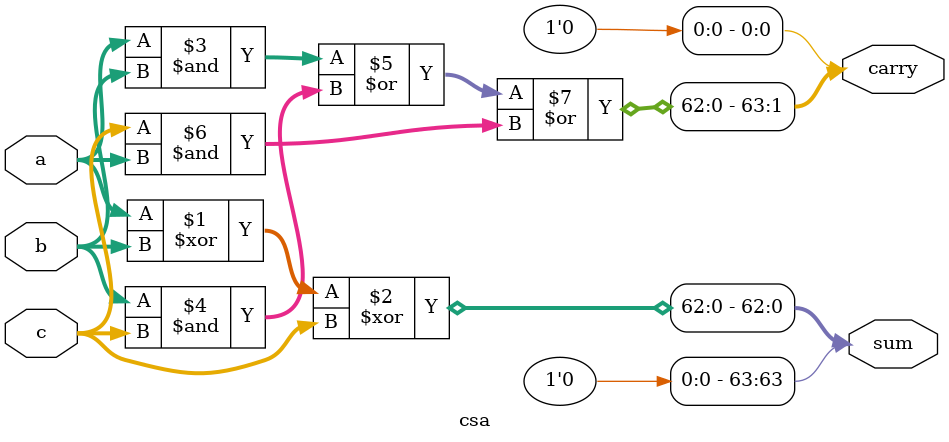
<source format=v>
module csa(a,b,c,sum,carry);

input [62:0]a,b,c;
output [63:0]sum,carry;

assign sum[62:0]=a^b^c;
assign carry[63:1]= a&b | b&c | c&a;
assign carry[0]=0;
assign sum[63]=0;

endmodule // csa


</source>
